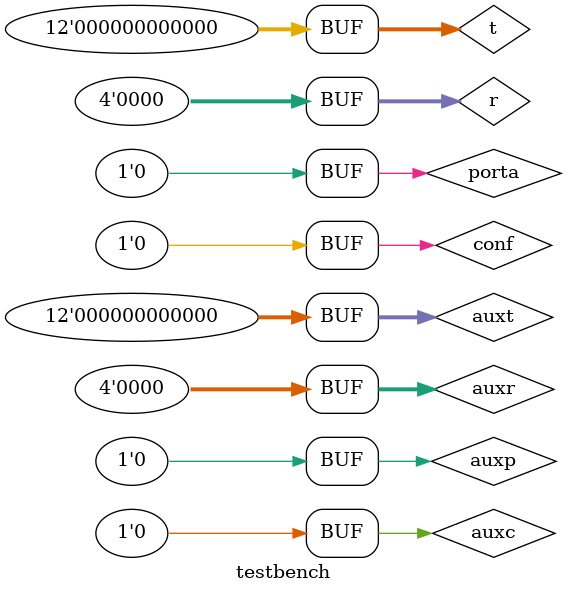
<source format=v>
`timescale 1ms/100ns

module testbench;

    wire [11:0] t;
    wire conf;
    wire [3:0] r;
    wire porta;
    reg [11:0] auxt;
    reg auxc;
    reg [3:0] auxr;
    reg auxp;

    wire [6:0] led1;
    wire [6:0] led2;
    wire [6:0] led3;
    wire [6:0] led4;
    wire luz;
    wire motor;
    wire aquec;
    wire som;

    main inst0 (.t(t), .conf(conf), .r(r), .porta(porta),
                .led1(led1), .led2(led2), .led3(led3), .led4(led4),
                .luz(luz), .motor(motor), .aquec(aquec), .som(som));

assign t = auxt,
conf = auxc,
r = auxr,
porta = auxp;

initial
 begin
    
    auxt <= 12'b000000000000;
    auxc <= 1'b0;
    auxr <= 4'b0000;
    auxp <= 1'b0;


    end


endmodule
</source>
